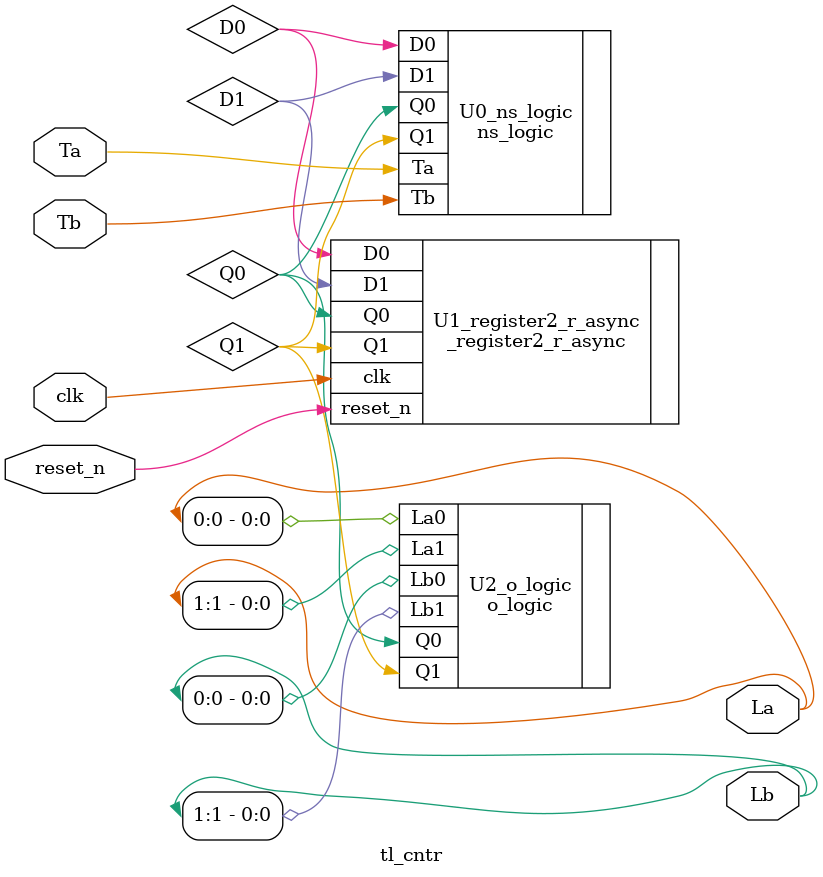
<source format=v>
module tl_cntr(clk, reset_n, Ta, Tb, La, Lb); // this module makes traffic light controller
input clk, reset_n, Ta, Tb; // define input clk, reset_n, Ta, Tb
output [1:0] La, Lb; // define output La, Lb

wire D1, D0, Q1, Q0; // define wire D1, D0, Q1, Q0

ns_logic U0_ns_logic( // next_state_logic instance
	.Ta(Ta),
	.Tb(Tb),
	.Q1(Q1),
	.Q0(Q0),
	.D1(D1),
	.D0(D0)
	);
	
_register2_r_async U1_register2_r_async( // asynchronous 2 bit register instance
	.clk(clk),
	.reset_n(reset_n),
	.D1(D1),
	.D0(D0),
	.Q1(Q1),
	.Q0(Q0)
	);
	
o_logic U2_o_logic( // output logic instance
	.Q1(Q1),
	.Q0(Q0),
	.La1(La[1]),
	.La0(La[0]),
	.Lb1(Lb[1]),
	.Lb0(Lb[0])
	);
	
endmodule // end of module

</source>
